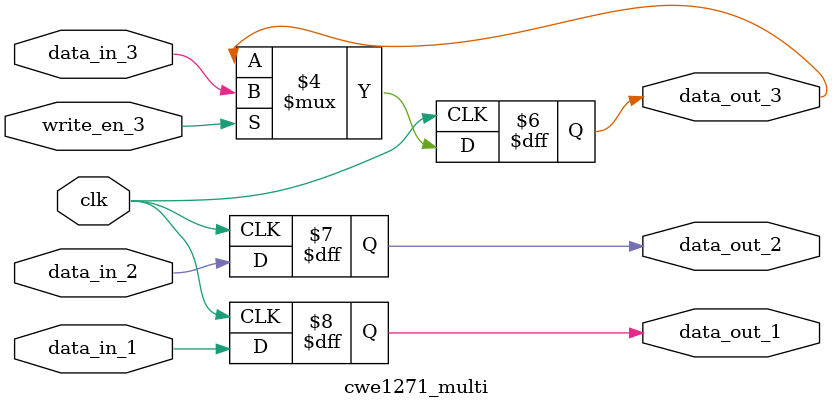
<source format=v>

module cwe1271_multi (
    input  wire        clk,
    input  wire        data_in_1,
    input  wire        data_in_2,
    input  wire        data_in_3,
    input  wire        write_en_3,
    output reg         data_out_1,
    output reg         data_out_2,
    output reg         data_out_3
);

always @(posedge clk) begin
    data_out_1 <= data_in_1;
end

always @(posedge clk) begin
    data_out_2 <= data_in_2;
end

always @(posedge clk) begin
    if (write_en_3) begin
        data_out_3 <= data_in_3;
    end
end

endmodule
</source>
